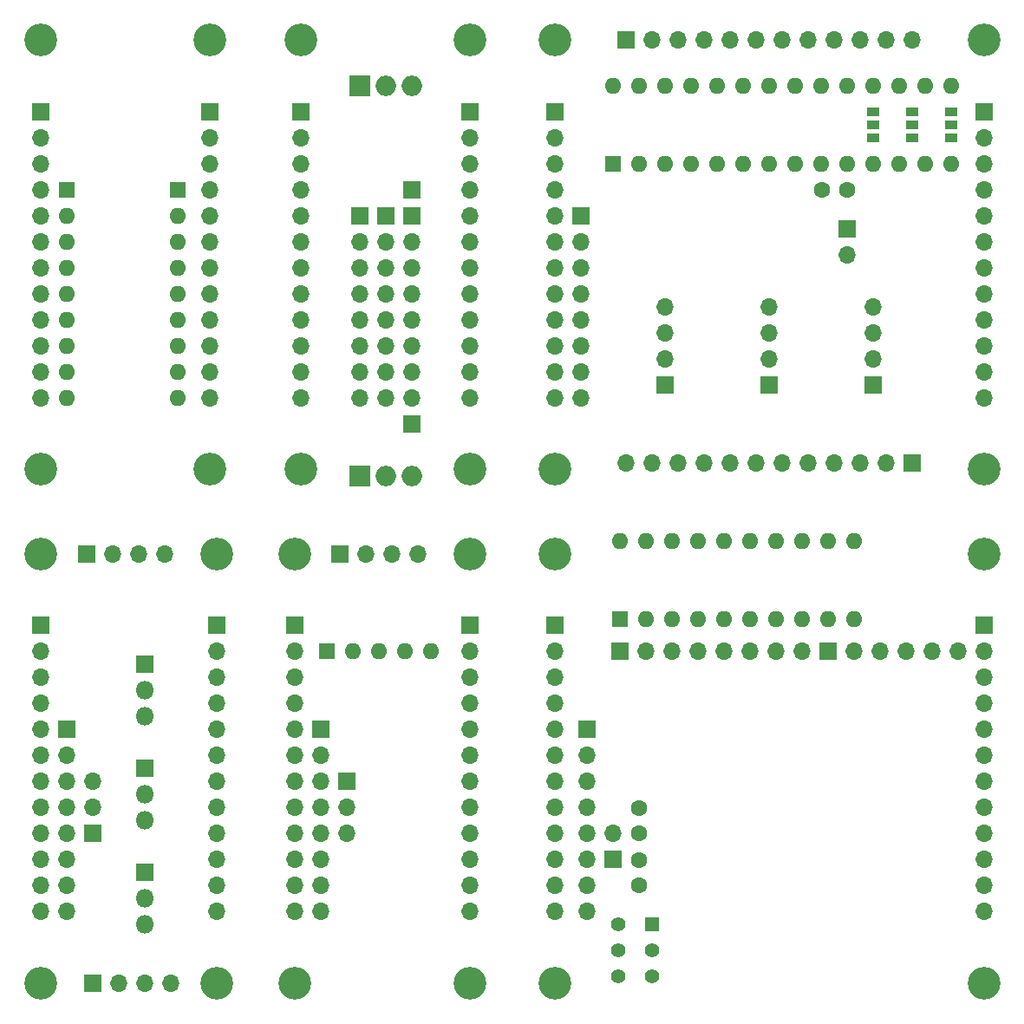
<source format=gbr>
G04 #@! TF.FileFunction,Soldermask,Bot*
%FSLAX46Y46*%
G04 Gerber Fmt 4.6, Leading zero omitted, Abs format (unit mm)*
G04 Created by KiCad (PCBNEW 4.0.7+dfsg1-1~bpo9+1) date Wed May  2 15:36:30 2018*
%MOMM*%
%LPD*%
G01*
G04 APERTURE LIST*
%ADD10C,0.100000*%
%ADD11R,1.700000X1.700000*%
%ADD12O,1.700000X1.700000*%
%ADD13R,1.600000X1.600000*%
%ADD14O,1.600000X1.600000*%
%ADD15C,3.200000*%
%ADD16R,1.270000X0.970000*%
%ADD17C,1.600000*%
%ADD18R,1.400000X1.400000*%
%ADD19C,1.400000*%
%ADD20O,1.998980X1.998980*%
%ADD21R,1.998980X1.998980*%
%ADD22R,1.800000X1.800000*%
%ADD23O,1.800000X1.800000*%
G04 APERTURE END LIST*
D10*
D11*
X135255000Y-86360000D03*
D12*
X137795000Y-86360000D03*
X140335000Y-86360000D03*
X142875000Y-86360000D03*
X145415000Y-86360000D03*
X147955000Y-86360000D03*
X150495000Y-86360000D03*
X153035000Y-86360000D03*
X155575000Y-86360000D03*
X158115000Y-86360000D03*
X160655000Y-86360000D03*
X163195000Y-86360000D03*
D13*
X133985000Y-98425000D03*
D14*
X167005000Y-90805000D03*
X136525000Y-98425000D03*
X164465000Y-90805000D03*
X139065000Y-98425000D03*
X161925000Y-90805000D03*
X141605000Y-98425000D03*
X159385000Y-90805000D03*
X144145000Y-98425000D03*
X156845000Y-90805000D03*
X146685000Y-98425000D03*
X154305000Y-90805000D03*
X149225000Y-98425000D03*
X151765000Y-90805000D03*
X151765000Y-98425000D03*
X149225000Y-90805000D03*
X154305000Y-98425000D03*
X146685000Y-90805000D03*
X156845000Y-98425000D03*
X144145000Y-90805000D03*
X159385000Y-98425000D03*
X141605000Y-90805000D03*
X161925000Y-98425000D03*
X139065000Y-90805000D03*
X164465000Y-98425000D03*
X136525000Y-90805000D03*
X167005000Y-98425000D03*
X133985000Y-90805000D03*
D11*
X163195000Y-127635000D03*
D12*
X160655000Y-127635000D03*
X158115000Y-127635000D03*
X155575000Y-127635000D03*
X153035000Y-127635000D03*
X150495000Y-127635000D03*
X147955000Y-127635000D03*
X145415000Y-127635000D03*
X142875000Y-127635000D03*
X140335000Y-127635000D03*
X137795000Y-127635000D03*
X135255000Y-127635000D03*
D15*
X128270000Y-86360000D03*
X170180000Y-86360000D03*
X170180000Y-128270000D03*
X128270000Y-128270000D03*
D11*
X130810000Y-103505000D03*
D12*
X130810000Y-106045000D03*
X130810000Y-108585000D03*
X130810000Y-111125000D03*
X130810000Y-113665000D03*
X130810000Y-116205000D03*
X130810000Y-118745000D03*
X130810000Y-121285000D03*
D16*
X167005000Y-93345000D03*
X167005000Y-94615000D03*
X167005000Y-95885000D03*
X163195000Y-93345000D03*
X163195000Y-94615000D03*
X163195000Y-95885000D03*
X159385000Y-93345000D03*
X159385000Y-94615000D03*
X159385000Y-95885000D03*
D11*
X159385000Y-120015000D03*
D12*
X159385000Y-117475000D03*
X159385000Y-114935000D03*
X159385000Y-112395000D03*
D11*
X170180000Y-93345000D03*
D12*
X170180000Y-95885000D03*
X170180000Y-98425000D03*
X170180000Y-100965000D03*
X170180000Y-103505000D03*
X170180000Y-106045000D03*
X170180000Y-108585000D03*
X170180000Y-111125000D03*
X170180000Y-113665000D03*
X170180000Y-116205000D03*
X170180000Y-118745000D03*
X170180000Y-121285000D03*
D11*
X128270000Y-93345000D03*
D12*
X128270000Y-95885000D03*
X128270000Y-98425000D03*
X128270000Y-100965000D03*
X128270000Y-103505000D03*
X128270000Y-106045000D03*
X128270000Y-108585000D03*
X128270000Y-111125000D03*
X128270000Y-113665000D03*
X128270000Y-116205000D03*
X128270000Y-118745000D03*
X128270000Y-121285000D03*
D17*
X156845000Y-100965000D03*
X154345000Y-100965000D03*
D11*
X156845000Y-104775000D03*
D12*
X156845000Y-107315000D03*
D11*
X139065000Y-120015000D03*
D12*
X139065000Y-117475000D03*
X139065000Y-114935000D03*
X139065000Y-112395000D03*
D11*
X149225000Y-120015000D03*
D12*
X149225000Y-117475000D03*
X149225000Y-114935000D03*
X149225000Y-112395000D03*
D13*
X134620000Y-142875000D03*
D14*
X157480000Y-135255000D03*
X137160000Y-142875000D03*
X154940000Y-135255000D03*
X139700000Y-142875000D03*
X152400000Y-135255000D03*
X142240000Y-142875000D03*
X149860000Y-135255000D03*
X144780000Y-142875000D03*
X147320000Y-135255000D03*
X147320000Y-142875000D03*
X144780000Y-135255000D03*
X149860000Y-142875000D03*
X142240000Y-135255000D03*
X152400000Y-142875000D03*
X139700000Y-135255000D03*
X154940000Y-142875000D03*
X137160000Y-135255000D03*
X157480000Y-142875000D03*
X134620000Y-135255000D03*
D15*
X128270000Y-136525000D03*
X170180000Y-136525000D03*
X170180000Y-178435000D03*
X128270000Y-178435000D03*
D11*
X128270000Y-143510000D03*
D12*
X128270000Y-146050000D03*
X128270000Y-148590000D03*
X128270000Y-151130000D03*
X128270000Y-153670000D03*
X128270000Y-156210000D03*
X128270000Y-158750000D03*
X128270000Y-161290000D03*
X128270000Y-163830000D03*
X128270000Y-166370000D03*
X128270000Y-168910000D03*
X128270000Y-171450000D03*
D11*
X170180000Y-143510000D03*
D12*
X170180000Y-146050000D03*
X170180000Y-148590000D03*
X170180000Y-151130000D03*
X170180000Y-153670000D03*
X170180000Y-156210000D03*
X170180000Y-158750000D03*
X170180000Y-161290000D03*
X170180000Y-163830000D03*
X170180000Y-166370000D03*
X170180000Y-168910000D03*
X170180000Y-171450000D03*
D11*
X131445000Y-153670000D03*
D12*
X131445000Y-156210000D03*
X131445000Y-158750000D03*
X131445000Y-161290000D03*
X131445000Y-163830000D03*
X131445000Y-166370000D03*
X131445000Y-168910000D03*
X131445000Y-171450000D03*
D11*
X133985000Y-166370000D03*
D12*
X133985000Y-163830000D03*
D11*
X134620000Y-146050000D03*
D12*
X137160000Y-146050000D03*
X139700000Y-146050000D03*
X142240000Y-146050000D03*
X144780000Y-146050000D03*
X147320000Y-146050000D03*
X149860000Y-146050000D03*
X152400000Y-146050000D03*
D11*
X154940000Y-146050000D03*
D12*
X157480000Y-146050000D03*
X160020000Y-146050000D03*
X162560000Y-146050000D03*
X165100000Y-146050000D03*
X167640000Y-146050000D03*
D17*
X136525000Y-168910000D03*
X136525000Y-166410000D03*
X136525000Y-163830000D03*
X136525000Y-161330000D03*
D18*
X137795000Y-172720000D03*
D19*
X137795000Y-175220000D03*
X137795000Y-177720000D03*
X134495000Y-172720000D03*
X134495000Y-175220000D03*
X134495000Y-177720000D03*
D15*
X103505000Y-128270000D03*
X94615000Y-128270000D03*
X78105000Y-128270000D03*
X120015000Y-128270000D03*
X103505000Y-86360000D03*
X94615000Y-86360000D03*
X78105000Y-86360000D03*
X120015000Y-86360000D03*
D11*
X78105000Y-93345000D03*
D12*
X78105000Y-95885000D03*
X78105000Y-98425000D03*
X78105000Y-100965000D03*
X78105000Y-103505000D03*
X78105000Y-106045000D03*
X78105000Y-108585000D03*
X78105000Y-111125000D03*
X78105000Y-113665000D03*
X78105000Y-116205000D03*
X78105000Y-118745000D03*
X78105000Y-121285000D03*
D11*
X94615000Y-93345000D03*
D12*
X94615000Y-95885000D03*
X94615000Y-98425000D03*
X94615000Y-100965000D03*
X94615000Y-103505000D03*
X94615000Y-106045000D03*
X94615000Y-108585000D03*
X94615000Y-111125000D03*
X94615000Y-113665000D03*
X94615000Y-116205000D03*
X94615000Y-118745000D03*
X94615000Y-121285000D03*
D13*
X91440000Y-100965000D03*
D14*
X91440000Y-103505000D03*
X91440000Y-106045000D03*
X91440000Y-108585000D03*
X91440000Y-111125000D03*
X91440000Y-113665000D03*
X91440000Y-116205000D03*
X91440000Y-118745000D03*
X91440000Y-121285000D03*
D11*
X114300000Y-103505000D03*
D12*
X114300000Y-106045000D03*
X114300000Y-108585000D03*
X114300000Y-111125000D03*
X114300000Y-113665000D03*
X114300000Y-116205000D03*
X114300000Y-118745000D03*
X114300000Y-121285000D03*
D11*
X109220000Y-103505000D03*
D12*
X109220000Y-106045000D03*
X109220000Y-108585000D03*
X109220000Y-111125000D03*
X109220000Y-113665000D03*
X109220000Y-116205000D03*
X109220000Y-118745000D03*
X109220000Y-121285000D03*
D11*
X111760000Y-103505000D03*
D12*
X111760000Y-106045000D03*
X111760000Y-108585000D03*
X111760000Y-111125000D03*
X111760000Y-113665000D03*
X111760000Y-116205000D03*
X111760000Y-118745000D03*
X111760000Y-121285000D03*
D11*
X103505000Y-93345000D03*
D12*
X103505000Y-95885000D03*
X103505000Y-98425000D03*
X103505000Y-100965000D03*
X103505000Y-103505000D03*
X103505000Y-106045000D03*
X103505000Y-108585000D03*
X103505000Y-111125000D03*
X103505000Y-113665000D03*
X103505000Y-116205000D03*
X103505000Y-118745000D03*
X103505000Y-121285000D03*
D11*
X120015000Y-93345000D03*
D12*
X120015000Y-95885000D03*
X120015000Y-98425000D03*
X120015000Y-100965000D03*
X120015000Y-103505000D03*
X120015000Y-106045000D03*
X120015000Y-108585000D03*
X120015000Y-111125000D03*
X120015000Y-113665000D03*
X120015000Y-116205000D03*
X120015000Y-118745000D03*
X120015000Y-121285000D03*
D13*
X80645000Y-100965000D03*
D14*
X80645000Y-103505000D03*
X80645000Y-106045000D03*
X80645000Y-108585000D03*
X80645000Y-111125000D03*
X80645000Y-113665000D03*
X80645000Y-116205000D03*
X80645000Y-118745000D03*
X80645000Y-121285000D03*
D20*
X114300000Y-128905000D03*
D21*
X109220000Y-128905000D03*
D20*
X111760000Y-128905000D03*
D11*
X114300000Y-123825000D03*
X114300000Y-100965000D03*
D20*
X114300000Y-90805000D03*
D21*
X109220000Y-90805000D03*
D20*
X111760000Y-90805000D03*
D11*
X83185000Y-163830000D03*
D12*
X83185000Y-161290000D03*
X83185000Y-158750000D03*
D15*
X78105000Y-178435000D03*
X95250000Y-178435000D03*
X78105000Y-136525000D03*
X120015000Y-136525000D03*
X120015000Y-178435000D03*
X95250000Y-136525000D03*
X102870000Y-136525000D03*
X102870000Y-178435000D03*
D11*
X78105000Y-143510000D03*
D12*
X78105000Y-146050000D03*
X78105000Y-148590000D03*
X78105000Y-151130000D03*
X78105000Y-153670000D03*
X78105000Y-156210000D03*
X78105000Y-158750000D03*
X78105000Y-161290000D03*
X78105000Y-163830000D03*
X78105000Y-166370000D03*
X78105000Y-168910000D03*
X78105000Y-171450000D03*
D11*
X102870000Y-143510000D03*
D12*
X102870000Y-146050000D03*
X102870000Y-148590000D03*
X102870000Y-151130000D03*
X102870000Y-153670000D03*
X102870000Y-156210000D03*
X102870000Y-158750000D03*
X102870000Y-161290000D03*
X102870000Y-163830000D03*
X102870000Y-166370000D03*
X102870000Y-168910000D03*
X102870000Y-171450000D03*
D11*
X95250000Y-143510000D03*
D12*
X95250000Y-146050000D03*
X95250000Y-148590000D03*
X95250000Y-151130000D03*
X95250000Y-153670000D03*
X95250000Y-156210000D03*
X95250000Y-158750000D03*
X95250000Y-161290000D03*
X95250000Y-163830000D03*
X95250000Y-166370000D03*
X95250000Y-168910000D03*
X95250000Y-171450000D03*
D11*
X120015000Y-143510000D03*
D12*
X120015000Y-146050000D03*
X120015000Y-148590000D03*
X120015000Y-151130000D03*
X120015000Y-153670000D03*
X120015000Y-156210000D03*
X120015000Y-158750000D03*
X120015000Y-161290000D03*
X120015000Y-163830000D03*
X120015000Y-166370000D03*
X120015000Y-168910000D03*
X120015000Y-171450000D03*
D11*
X82550000Y-136525000D03*
D12*
X85090000Y-136525000D03*
X87630000Y-136525000D03*
X90170000Y-136525000D03*
D11*
X80645000Y-153670000D03*
D12*
X80645000Y-156210000D03*
X80645000Y-158750000D03*
X80645000Y-161290000D03*
X80645000Y-163830000D03*
X80645000Y-166370000D03*
X80645000Y-168910000D03*
X80645000Y-171450000D03*
D22*
X88265000Y-147320000D03*
D23*
X88265000Y-149860000D03*
X88265000Y-152400000D03*
D22*
X88265000Y-157480000D03*
D23*
X88265000Y-160020000D03*
X88265000Y-162560000D03*
D22*
X88265000Y-167640000D03*
D23*
X88265000Y-170180000D03*
X88265000Y-172720000D03*
D11*
X83185000Y-178435000D03*
D12*
X85725000Y-178435000D03*
X88265000Y-178435000D03*
X90805000Y-178435000D03*
D11*
X105410000Y-153670000D03*
D12*
X105410000Y-156210000D03*
X105410000Y-158750000D03*
X105410000Y-161290000D03*
X105410000Y-163830000D03*
X105410000Y-166370000D03*
X105410000Y-168910000D03*
X105410000Y-171450000D03*
D11*
X107950000Y-158750000D03*
D12*
X107950000Y-161290000D03*
X107950000Y-163830000D03*
D11*
X107315000Y-136525000D03*
D12*
X109855000Y-136525000D03*
X112395000Y-136525000D03*
X114935000Y-136525000D03*
D13*
X106045000Y-146050000D03*
D14*
X108585000Y-146050000D03*
X111125000Y-146050000D03*
X113665000Y-146050000D03*
X116205000Y-146050000D03*
M02*

</source>
